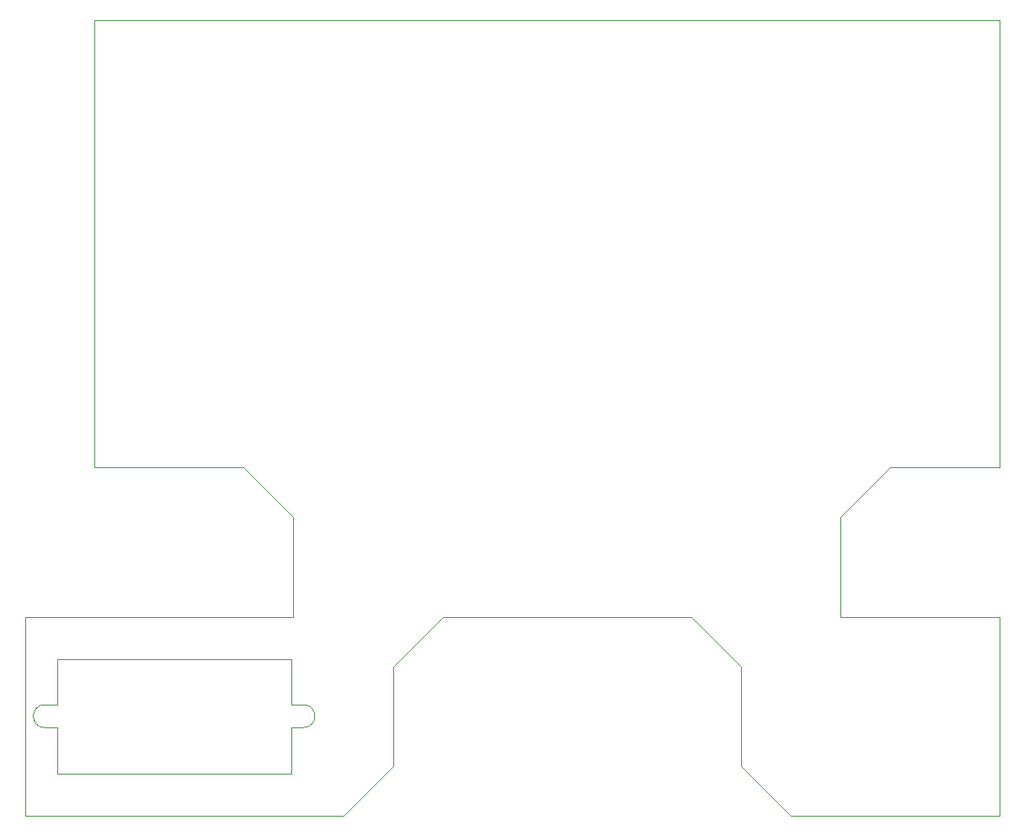
<source format=gbr>
%TF.GenerationSoftware,KiCad,Pcbnew,7.0.9*%
%TF.CreationDate,2025-02-06T13:00:42+09:00*%
%TF.ProjectId,05-PWR,30352d50-5752-42e6-9b69-6361645f7063,rev?*%
%TF.SameCoordinates,Original*%
%TF.FileFunction,Profile,NP*%
%FSLAX46Y46*%
G04 Gerber Fmt 4.6, Leading zero omitted, Abs format (unit mm)*
G04 Created by KiCad (PCBNEW 7.0.9) date 2025-02-06 13:00:42*
%MOMM*%
%LPD*%
G01*
G04 APERTURE LIST*
%TA.AperFunction,Profile*%
%ADD10C,0.100000*%
%TD*%
%TA.AperFunction,Profile*%
%ADD11C,0.050000*%
%TD*%
G04 APERTURE END LIST*
D10*
X121000000Y-70000000D02*
X30000000Y-70000000D01*
X95000000Y-145000000D02*
X100000000Y-150000000D01*
X90000000Y-130000000D02*
X95000000Y-135000000D01*
X23000000Y-130000000D02*
X50000000Y-130000000D01*
X23000000Y-150000000D02*
X23000000Y-130000000D01*
X23000000Y-150000000D02*
X55000000Y-150000000D01*
X65000000Y-130000000D02*
X90000000Y-130000000D01*
X121000000Y-115000000D02*
X121000000Y-70000000D01*
X100000000Y-150000000D02*
X121000000Y-150000000D01*
X110000000Y-115000000D02*
X121000000Y-115000000D01*
X35000000Y-115000000D02*
X45000000Y-115000000D01*
X55000000Y-150000000D02*
X60000000Y-145000000D01*
X45000000Y-115000000D02*
X50000000Y-120000000D01*
X105000000Y-120000000D02*
X105000000Y-130000000D01*
X50000000Y-120000000D02*
X50000000Y-130000000D01*
X60000000Y-135000000D02*
X65000000Y-130000000D01*
X95000000Y-135000000D02*
X95000000Y-145000000D01*
X121000000Y-130000000D02*
X121000000Y-150000000D01*
X60000000Y-145000000D02*
X60000000Y-135000000D01*
X30000000Y-70000000D02*
X30000000Y-115000000D01*
X105000000Y-130000000D02*
X121000000Y-130000000D01*
X110000000Y-115000000D02*
X105000000Y-120000000D01*
X35000000Y-115000000D02*
X30000000Y-115000000D01*
D11*
%TO.C,REF\u002A\u002A*%
X25000000Y-138850000D02*
X26250000Y-138850000D01*
X26250000Y-134250000D02*
X49750000Y-134250000D01*
X26250000Y-138850000D02*
X26250000Y-134250000D01*
X26250000Y-141150000D02*
X25000000Y-141150000D01*
X26250000Y-145750000D02*
X26250000Y-141150000D01*
X49750000Y-134250000D02*
X49750000Y-138850000D01*
X49750000Y-138850000D02*
X51000000Y-138850000D01*
X49750000Y-141150000D02*
X49750000Y-145750000D01*
X49750000Y-145750000D02*
X26250000Y-145750000D01*
X51000000Y-141150000D02*
X49750000Y-141150000D01*
X25000000Y-138850000D02*
G75*
G03*
X25000000Y-141150000I0J-1150000D01*
G01*
X51000000Y-141150000D02*
G75*
G03*
X51000000Y-138850000I0J1150000D01*
G01*
%TD*%
M02*

</source>
